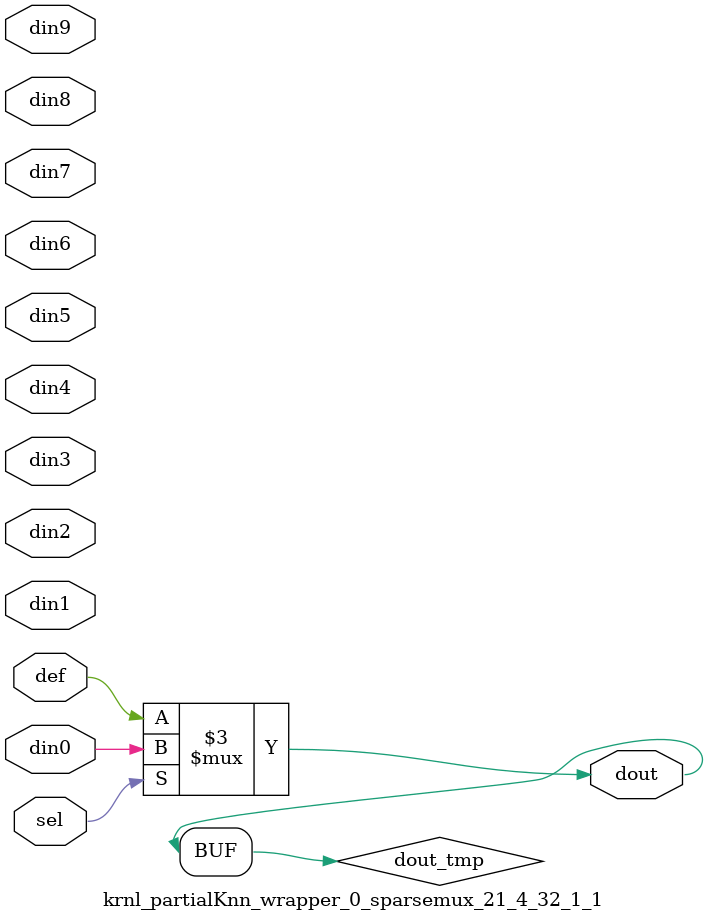
<source format=v>
`timescale 1 ns / 1 ps
module krnl_partialKnn_wrapper_0_sparsemux_21_4_32_1_1 (din0,din1,din2,din3,din4,din5,din6,din7,din8,din9,def,sel,dout);
parameter din0_WIDTH = 1;
parameter din1_WIDTH = 1;
parameter din2_WIDTH = 1;
parameter din3_WIDTH = 1;
parameter din4_WIDTH = 1;
parameter din5_WIDTH = 1;
parameter din6_WIDTH = 1;
parameter din7_WIDTH = 1;
parameter din8_WIDTH = 1;
parameter din9_WIDTH = 1;
parameter def_WIDTH = 1;
parameter sel_WIDTH = 1;
parameter dout_WIDTH = 1;
parameter [sel_WIDTH-1:0] CASE0 = 1;
parameter [sel_WIDTH-1:0] CASE1 = 1;
parameter [sel_WIDTH-1:0] CASE2 = 1;
parameter [sel_WIDTH-1:0] CASE3 = 1;
parameter [sel_WIDTH-1:0] CASE4 = 1;
parameter [sel_WIDTH-1:0] CASE5 = 1;
parameter [sel_WIDTH-1:0] CASE6 = 1;
parameter [sel_WIDTH-1:0] CASE7 = 1;
parameter [sel_WIDTH-1:0] CASE8 = 1;
parameter [sel_WIDTH-1:0] CASE9 = 1;
parameter ID = 1;
parameter NUM_STAGE = 1;
input [din0_WIDTH-1:0] din0;
input [din1_WIDTH-1:0] din1;
input [din2_WIDTH-1:0] din2;
input [din3_WIDTH-1:0] din3;
input [din4_WIDTH-1:0] din4;
input [din5_WIDTH-1:0] din5;
input [din6_WIDTH-1:0] din6;
input [din7_WIDTH-1:0] din7;
input [din8_WIDTH-1:0] din8;
input [din9_WIDTH-1:0] din9;
input [def_WIDTH-1:0] def;
input [sel_WIDTH-1:0] sel;
output [dout_WIDTH-1:0] dout;
reg [dout_WIDTH-1:0] dout_tmp;
always @ (*) begin
case (sel)
    
    CASE0 : dout_tmp = din0;
    
    CASE1 : dout_tmp = din1;
    
    CASE2 : dout_tmp = din2;
    
    CASE3 : dout_tmp = din3;
    
    CASE4 : dout_tmp = din4;
    
    CASE5 : dout_tmp = din5;
    
    CASE6 : dout_tmp = din6;
    
    CASE7 : dout_tmp = din7;
    
    CASE8 : dout_tmp = din8;
    
    CASE9 : dout_tmp = din9;
    
    default : dout_tmp = def;
endcase
end
assign dout = dout_tmp;
endmodule
</source>
